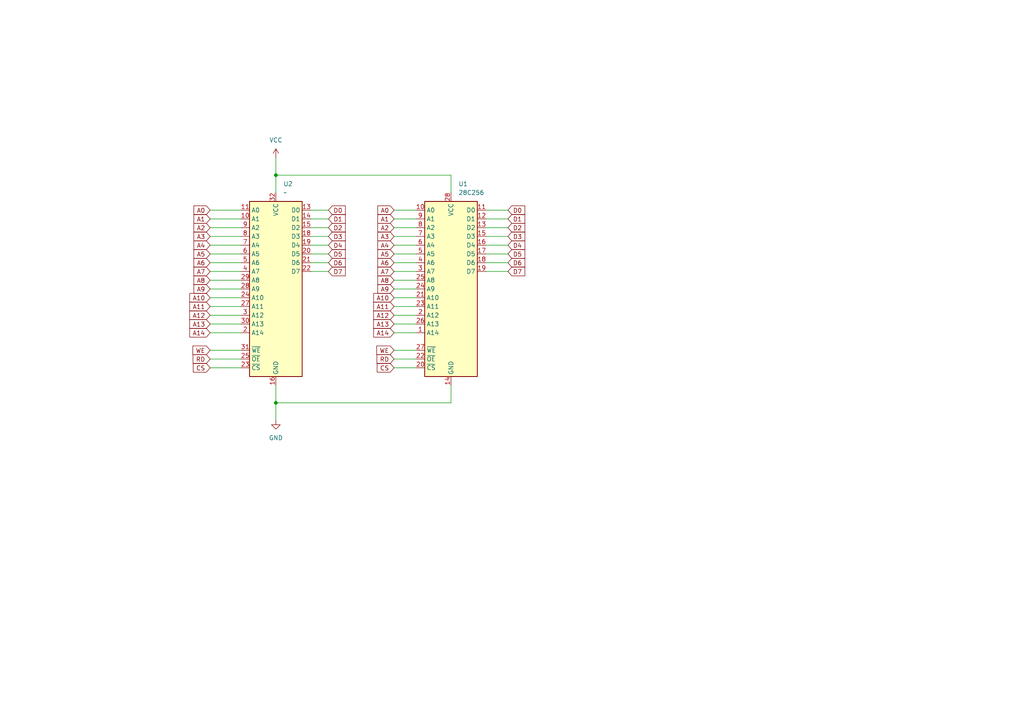
<source format=kicad_sch>
(kicad_sch (version 20250114) (generator "eeschema") (generator_version "9.0")
  (paper "A4")
  (lib_symbols
    (symbol "Memory_EEPROM:28C256"
      (property "Reference" "U" (at -7.62 26.67 0))
      (property "Value" "28C256" (at 2.54 -26.67 0))
      (symbol "28C256_1_1"
        (rectangle (start -7.62 25.4) (end 7.62 -25.4) (stroke (width 0.254)) (fill (type background)))
        (pin input line (at -10.16 22.86 0) (length 2.54) (name "A0") (number "10"))
        (pin input line (at -10.16 20.32 0) (length 2.54) (name "A1") (number "9"))
        (pin input line (at -10.16 17.78 0) (length 2.54) (name "A2") (number "8"))
        (pin input line (at -10.16 15.24 0) (length 2.54) (name "A3") (number "7"))
        (pin input line (at -10.16 12.7 0) (length 2.54) (name "A4") (number "6"))
        (pin input line (at -10.16 10.16 0) (length 2.54) (name "A5") (number "5"))
        (pin input line (at -10.16 7.62 0) (length 2.54) (name "A6") (number "4"))
        (pin input line (at -10.16 5.08 0) (length 2.54) (name "A7") (number "3"))
        (pin input line (at -10.16 2.54 0) (length 2.54) (name "A8") (number "25"))
        (pin input line (at -10.16 0 0) (length 2.54) (name "A9") (number "24"))
        (pin input line (at -10.16 -2.54 0) (length 2.54) (name "A10") (number "21"))
        (pin input line (at -10.16 -5.08 0) (length 2.54) (name "A11") (number "23"))
        (pin input line (at -10.16 -7.62 0) (length 2.54) (name "A12") (number "2"))
        (pin input line (at -10.16 -10.16 0) (length 2.54) (name "A13") (number "26"))
        (pin input line (at -10.16 -12.7 0) (length 2.54) (name "A14") (number "1"))
        (pin input line (at -10.16 -17.78 0) (length 2.54) (name "~{WE}") (number "27"))
        (pin input line (at -10.16 -20.32 0) (length 2.54) (name "~{OE}") (number "22"))
        (pin input line (at -10.16 -22.86 0) (length 2.54) (name "~{CS}") (number "20"))
        (pin power_in line (at 0 27.94 270) (length 2.54) (name "VCC") (number "28"))
        (pin power_in line (at 0 -27.94 90) (length 2.54) (name "GND") (number "14"))
        (pin tri_state line (at 10.16 22.86 180) (length 2.54) (name "D0") (number "11"))
        (pin tri_state line (at 10.16 20.32 180) (length 2.54) (name "D1") (number "12"))
        (pin tri_state line (at 10.16 17.78 180) (length 2.54) (name "D2") (number "13"))
        (pin tri_state line (at 10.16 15.24 180) (length 2.54) (name "D3") (number "15"))
        (pin tri_state line (at 10.16 12.7 180) (length 2.54) (name "D4") (number "16"))
        (pin tri_state line (at 10.16 10.16 180) (length 2.54) (name "D5") (number "17"))
        (pin tri_state line (at 10.16 7.62 180) (length 2.54) (name "D6") (number "18"))
        (pin tri_state line (at 10.16 5.08 180) (length 2.54) (name "D7") (number "19"))
      )
    )
    (symbol "MyParts:AT28C256-PLLC"
      (property "Reference" "U" (at 5.588 29.21 0))
      (symbol "AT28C256-PLLC_1_1"
        (rectangle (start -7.62 24.13) (end 7.62 -26.67) (stroke (width 0.254)) (fill (type background)))
        (pin input line (at -10.16 21.59 0) (length 2.54) (name "A0") (number "11"))
        (pin input line (at -10.16 19.05 0) (length 2.54) (name "A1") (number "10"))
        (pin input line (at -10.16 16.51 0) (length 2.54) (name "A2") (number "9"))
        (pin input line (at -10.16 13.97 0) (length 2.54) (name "A3") (number "8"))
        (pin input line (at -10.16 11.43 0) (length 2.54) (name "A4") (number "7"))
        (pin input line (at -10.16 8.89 0) (length 2.54) (name "A5") (number "6"))
        (pin input line (at -10.16 6.35 0) (length 2.54) (name "A6") (number "5"))
        (pin input line (at -10.16 3.81 0) (length 2.54) (name "A7") (number "4"))
        (pin input line (at -10.16 1.27 0) (length 2.54) (name "A8") (number "29"))
        (pin input line (at -10.16 -1.27 0) (length 2.54) (name "A9") (number "28"))
        (pin input line (at -10.16 -3.81 0) (length 2.54) (name "A10") (number "24"))
        (pin input line (at -10.16 -6.35 0) (length 2.54) (name "A11") (number "27"))
        (pin input line (at -10.16 -8.89 0) (length 2.54) (name "A12") (number "3"))
        (pin input line (at -10.16 -11.43 0) (length 2.54) (name "A13") (number "30"))
        (pin input line (at -10.16 -13.97 0) (length 2.54) (name "A14") (number "2"))
        (pin input line (at -10.16 -19.05 0) (length 2.54) (name "~{WE}") (number "31"))
        (pin input line (at -10.16 -21.59 0) (length 2.54) (name "~{OE}") (number "25"))
        (pin input line (at -10.16 -24.13 0) (length 2.54) (name "~{CS}") (number "23"))
        (pin power_in line (at 0 26.67 270) (length 2.54) (name "VCC") (number "32"))
        (pin power_in line (at 0 -29.21 90) (length 2.54) (name "GND") (number "16"))
        (pin tri_state line (at 10.16 21.59 180) (length 2.54) (name "D0") (number "13"))
        (pin tri_state line (at 10.16 19.05 180) (length 2.54) (name "D1") (number "14"))
        (pin tri_state line (at 10.16 16.51 180) (length 2.54) (name "D2") (number "15"))
        (pin tri_state line (at 10.16 13.97 180) (length 2.54) (name "D3") (number "18"))
        (pin tri_state line (at 10.16 11.43 180) (length 2.54) (name "D4") (number "19"))
        (pin tri_state line (at 10.16 8.89 180) (length 2.54) (name "D5") (number "20"))
        (pin tri_state line (at 10.16 6.35 180) (length 2.54) (name "D6") (number "21"))
        (pin tri_state line (at 10.16 3.81 180) (length 2.54) (name "D7") (number "22"))
      )
    )
    (symbol "power:GND" (power) (pin_numbers (hide yes)) (pin_names (offset 0) (hide yes))
      (property "Value" "GND" (at 0 -3.81 0))
      (symbol "GND_0_1"
        (polyline (pts (xy 0 0) (xy 0 -1.27) (xy 1.27 -1.27) (xy 0 -2.54) (xy -1.27 -1.27) (xy 0 -1.27)))
      )
      (symbol "GND_1_1"
        (pin power_in line (at 0 0 270) (length 0) (name "~") (number "1"))
      )
    )
    (symbol "power:VCC" (power) (pin_numbers (hide yes)) (pin_names (offset 0) (hide yes))
      (property "Value" "VCC" (at 0 3.556 0))
      (symbol "VCC_0_1"
        (polyline (pts (xy -0.762 1.27) (xy 0 2.54)))
        (polyline (pts (xy 0 2.54) (xy 0.762 1.27)))
        (polyline (pts (xy 0 0) (xy 0 2.54)))
      )
      (symbol "VCC_1_1"
        (pin power_in line (at 0 0 90) (length 0) (name "~") (number "1"))
      )
    )
  )
  (junction (at 80.01 116.84))
  (junction (at 80.01 50.8))
  (wire (pts (xy 60.96 104.14) (xy 69.85 104.14)))
  (wire (pts (xy 114.3 60.96) (xy 120.65 60.96)))
  (wire (pts (xy 60.96 66.04) (xy 69.85 66.04)))
  (wire (pts (xy 114.3 81.28) (xy 120.65 81.28)))
  (wire (pts (xy 147.32 68.58) (xy 140.97 68.58)))
  (wire (pts (xy 60.96 60.96) (xy 69.85 60.96)))
  (wire (pts (xy 114.3 66.04) (xy 120.65 66.04)))
  (wire (pts (xy 60.96 96.52) (xy 69.85 96.52)))
  (wire (pts (xy 114.3 63.5) (xy 120.65 63.5)))
  (wire (pts (xy 60.96 83.82) (xy 69.85 83.82)))
  (wire (pts (xy 114.3 68.58) (xy 120.65 68.58)))
  (wire (pts (xy 147.32 76.2) (xy 140.97 76.2)))
  (wire (pts (xy 80.01 45.72) (xy 80.01 50.8)))
  (wire (pts (xy 60.96 101.6) (xy 69.85 101.6)))
  (wire (pts (xy 114.3 93.98) (xy 120.65 93.98)))
  (wire (pts (xy 60.96 73.66) (xy 69.85 73.66)))
  (wire (pts (xy 95.25 63.5) (xy 90.17 63.5)))
  (wire (pts (xy 60.96 71.12) (xy 69.85 71.12)))
  (wire (pts (xy 114.3 104.14) (xy 120.65 104.14)))
  (wire (pts (xy 60.96 81.28) (xy 69.85 81.28)))
  (wire (pts (xy 95.25 60.96) (xy 90.17 60.96)))
  (wire (pts (xy 114.3 101.6) (xy 120.65 101.6)))
  (wire (pts (xy 80.01 111.76) (xy 80.01 116.84)))
  (wire (pts (xy 95.25 78.74) (xy 90.17 78.74)))
  (wire (pts (xy 147.32 66.04) (xy 140.97 66.04)))
  (wire (pts (xy 147.32 60.96) (xy 140.97 60.96)))
  (wire (pts (xy 114.3 86.36) (xy 120.65 86.36)))
  (wire (pts (xy 95.25 73.66) (xy 90.17 73.66)))
  (wire (pts (xy 114.3 76.2) (xy 120.65 76.2)))
  (wire (pts (xy 60.96 76.2) (xy 69.85 76.2)))
  (wire (pts (xy 60.96 93.98) (xy 69.85 93.98)))
  (wire (pts (xy 80.01 116.84) (xy 80.01 121.92)))
  (wire (pts (xy 147.32 78.74) (xy 140.97 78.74)))
  (wire (pts (xy 130.81 50.8) (xy 80.01 50.8)))
  (wire (pts (xy 114.3 73.66) (xy 120.65 73.66)))
  (wire (pts (xy 147.32 71.12) (xy 140.97 71.12)))
  (wire (pts (xy 95.25 71.12) (xy 90.17 71.12)))
  (wire (pts (xy 130.81 116.84) (xy 80.01 116.84)))
  (wire (pts (xy 130.81 55.88) (xy 130.81 50.8)))
  (wire (pts (xy 60.96 68.58) (xy 69.85 68.58)))
  (wire (pts (xy 114.3 88.9) (xy 120.65 88.9)))
  (wire (pts (xy 60.96 63.5) (xy 69.85 63.5)))
  (wire (pts (xy 130.81 111.76) (xy 130.81 116.84)))
  (wire (pts (xy 60.96 106.68) (xy 69.85 106.68)))
  (wire (pts (xy 60.96 86.36) (xy 69.85 86.36)))
  (wire (pts (xy 114.3 71.12) (xy 120.65 71.12)))
  (wire (pts (xy 95.25 76.2) (xy 90.17 76.2)))
  (wire (pts (xy 114.3 78.74) (xy 120.65 78.74)))
  (wire (pts (xy 147.32 73.66) (xy 140.97 73.66)))
  (wire (pts (xy 80.01 50.8) (xy 80.01 55.88)))
  (wire (pts (xy 60.96 88.9) (xy 69.85 88.9)))
  (wire (pts (xy 114.3 106.68) (xy 120.65 106.68)))
  (wire (pts (xy 114.3 96.52) (xy 120.65 96.52)))
  (wire (pts (xy 60.96 91.44) (xy 69.85 91.44)))
  (wire (pts (xy 147.32 63.5) (xy 140.97 63.5)))
  (wire (pts (xy 60.96 78.74) (xy 69.85 78.74)))
  (wire (pts (xy 95.25 68.58) (xy 90.17 68.58)))
  (wire (pts (xy 95.25 66.04) (xy 90.17 66.04)))
  (wire (pts (xy 114.3 91.44) (xy 120.65 91.44)))
  (wire (pts (xy 114.3 83.82) (xy 120.65 83.82)))
  (global_label "A7" (shape input) (at 60.96 78.74 180) (property "Intersheetrefs" "${INTERSHEET_REFS}" (effects (hide yes))))
  (global_label "D0" (shape input) (at 95.25 60.96 0) (property "Intersheetrefs" "${INTERSHEET_REFS}" (effects (hide yes))))
  (global_label "D4" (shape input) (at 147.32 71.12 0) (property "Intersheetrefs" "${INTERSHEET_REFS}" (effects (hide yes))))
  (global_label "A4" (shape input) (at 60.96 71.12 180) (property "Intersheetrefs" "${INTERSHEET_REFS}" (effects (hide yes))))
  (global_label "CS" (shape input) (at 114.3 106.68 180) (property "Intersheetrefs" "${INTERSHEET_REFS}" (effects (hide yes))))
  (global_label "A14" (shape input) (at 60.96 96.52 180) (property "Intersheetrefs" "${INTERSHEET_REFS}" (effects (hide yes))))
  (global_label "A9" (shape input) (at 60.96 83.82 180) (property "Intersheetrefs" "${INTERSHEET_REFS}" (effects (hide yes))))
  (global_label "WE" (shape input) (at 114.3 101.6 180) (property "Intersheetrefs" "${INTERSHEET_REFS}" (effects (hide yes))))
  (global_label "A3" (shape input) (at 114.3 68.58 180) (property "Intersheetrefs" "${INTERSHEET_REFS}" (effects (hide yes))))
  (global_label "A13" (shape input) (at 114.3 93.98 180) (property "Intersheetrefs" "${INTERSHEET_REFS}" (effects (hide yes))))
  (global_label "WE" (shape input) (at 60.96 101.6 180) (property "Intersheetrefs" "${INTERSHEET_REFS}" (effects (hide yes))))
  (global_label "A13" (shape input) (at 60.96 93.98 180) (property "Intersheetrefs" "${INTERSHEET_REFS}" (effects (hide yes))))
  (global_label "A8" (shape input) (at 114.3 81.28 180) (property "Intersheetrefs" "${INTERSHEET_REFS}" (effects (hide yes))))
  (global_label "A14" (shape input) (at 114.3 96.52 180) (property "Intersheetrefs" "${INTERSHEET_REFS}" (effects (hide yes))))
  (global_label "A11" (shape input) (at 60.96 88.9 180) (property "Intersheetrefs" "${INTERSHEET_REFS}" (effects (hide yes))))
  (global_label "A11" (shape input) (at 114.3 88.9 180) (property "Intersheetrefs" "${INTERSHEET_REFS}" (effects (hide yes))))
  (global_label "A8" (shape input) (at 60.96 81.28 180) (property "Intersheetrefs" "${INTERSHEET_REFS}" (effects (hide yes))))
  (global_label "D3" (shape input) (at 95.25 68.58 0) (property "Intersheetrefs" "${INTERSHEET_REFS}" (effects (hide yes))))
  (global_label "A4" (shape input) (at 114.3 71.12 180) (property "Intersheetrefs" "${INTERSHEET_REFS}" (effects (hide yes))))
  (global_label "D4" (shape input) (at 95.25 71.12 0) (property "Intersheetrefs" "${INTERSHEET_REFS}" (effects (hide yes))))
  (global_label "D1" (shape input) (at 95.25 63.5 0) (property "Intersheetrefs" "${INTERSHEET_REFS}" (effects (hide yes))))
  (global_label "D6" (shape input) (at 147.32 76.2 0) (property "Intersheetrefs" "${INTERSHEET_REFS}" (effects (hide yes))))
  (global_label "A1" (shape input) (at 60.96 63.5 180) (property "Intersheetrefs" "${INTERSHEET_REFS}" (effects (hide yes))))
  (global_label "A0" (shape input) (at 114.3 60.96 180) (property "Intersheetrefs" "${INTERSHEET_REFS}" (effects (hide yes))))
  (global_label "A10" (shape input) (at 60.96 86.36 180) (property "Intersheetrefs" "${INTERSHEET_REFS}" (effects (hide yes))))
  (global_label "A3" (shape input) (at 60.96 68.58 180) (property "Intersheetrefs" "${INTERSHEET_REFS}" (effects (hide yes))))
  (global_label "RD" (shape input) (at 60.96 104.14 180) (property "Intersheetrefs" "${INTERSHEET_REFS}" (effects (hide yes))))
  (global_label "A10" (shape input) (at 114.3 86.36 180) (property "Intersheetrefs" "${INTERSHEET_REFS}" (effects (hide yes))))
  (global_label "D5" (shape input) (at 147.32 73.66 0) (property "Intersheetrefs" "${INTERSHEET_REFS}" (effects (hide yes))))
  (global_label "RD" (shape input) (at 114.3 104.14 180) (property "Intersheetrefs" "${INTERSHEET_REFS}" (effects (hide yes))))
  (global_label "D5" (shape input) (at 95.25 73.66 0) (property "Intersheetrefs" "${INTERSHEET_REFS}" (effects (hide yes))))
  (global_label "D2" (shape input) (at 147.32 66.04 0) (property "Intersheetrefs" "${INTERSHEET_REFS}" (effects (hide yes))))
  (global_label "A2" (shape input) (at 114.3 66.04 180) (property "Intersheetrefs" "${INTERSHEET_REFS}" (effects (hide yes))))
  (global_label "A12" (shape input) (at 114.3 91.44 180) (property "Intersheetrefs" "${INTERSHEET_REFS}" (effects (hide yes))))
  (global_label "D7" (shape input) (at 95.25 78.74 0) (property "Intersheetrefs" "${INTERSHEET_REFS}" (effects (hide yes))))
  (global_label "D7" (shape input) (at 147.32 78.74 0) (property "Intersheetrefs" "${INTERSHEET_REFS}" (effects (hide yes))))
  (global_label "D6" (shape input) (at 95.25 76.2 0) (property "Intersheetrefs" "${INTERSHEET_REFS}" (effects (hide yes))))
  (global_label "A7" (shape input) (at 114.3 78.74 180) (property "Intersheetrefs" "${INTERSHEET_REFS}" (effects (hide yes))))
  (global_label "D0" (shape input) (at 147.32 60.96 0) (property "Intersheetrefs" "${INTERSHEET_REFS}" (effects (hide yes))))
  (global_label "A0" (shape input) (at 60.96 60.96 180) (property "Intersheetrefs" "${INTERSHEET_REFS}" (effects (hide yes))))
  (global_label "CS" (shape input) (at 60.96 106.68 180) (property "Intersheetrefs" "${INTERSHEET_REFS}" (effects (hide yes))))
  (global_label "A5" (shape input) (at 60.96 73.66 180) (property "Intersheetrefs" "${INTERSHEET_REFS}" (effects (hide yes))))
  (global_label "A9" (shape input) (at 114.3 83.82 180) (property "Intersheetrefs" "${INTERSHEET_REFS}" (effects (hide yes))))
  (global_label "A6" (shape input) (at 114.3 76.2 180) (property "Intersheetrefs" "${INTERSHEET_REFS}" (effects (hide yes))))
  (global_label "A2" (shape input) (at 60.96 66.04 180) (property "Intersheetrefs" "${INTERSHEET_REFS}" (effects (hide yes))))
  (global_label "A1" (shape input) (at 114.3 63.5 180) (property "Intersheetrefs" "${INTERSHEET_REFS}" (effects (hide yes))))
  (global_label "D1" (shape input) (at 147.32 63.5 0) (property "Intersheetrefs" "${INTERSHEET_REFS}" (effects (hide yes))))
  (global_label "A12" (shape input) (at 60.96 91.44 180) (property "Intersheetrefs" "${INTERSHEET_REFS}" (effects (hide yes))))
  (global_label "D2" (shape input) (at 95.25 66.04 0) (property "Intersheetrefs" "${INTERSHEET_REFS}" (effects (hide yes))))
  (global_label "A5" (shape input) (at 114.3 73.66 180) (property "Intersheetrefs" "${INTERSHEET_REFS}" (effects (hide yes))))
  (global_label "A6" (shape input) (at 60.96 76.2 180) (property "Intersheetrefs" "${INTERSHEET_REFS}" (effects (hide yes))))
  (global_label "D3" (shape input) (at 147.32 68.58 0) (property "Intersheetrefs" "${INTERSHEET_REFS}" (effects (hide yes))))
  (symbol (lib_id "power:VCC") (at 80.01 45.72 0) (unit 1)
    (property "Reference" "#PWR02" (effects (hide yes)))
    (property "Value" "VCC" (at 80.01 40.64 0))
    (property "Description" "Power symbol creates a global label with name \"VCC\"" (effects (hide yes)))
  )
  (symbol (lib_id "MyParts:AT28C256-PLLC") (at 80.01 82.55 0) (unit 1)
    (property "Reference" "U2" (at 82.1533 53.34 0) (effects (justify left)))
    (property "Value" "~" (at 82.1533 55.88 0) (effects (justify left)))
    (property "Footprint" "Package_LCC:PLCC-32_THT-Socket" (effects (hide yes)))
  )
  (symbol (lib_id "power:GND") (at 80.01 121.92 0) (unit 1)
    (property "Reference" "#PWR01" (effects (hide yes)))
    (property "Value" "GND" (at 80.01 127 0))
    (property "Description" "Power symbol creates a global label with name \"GND\" , ground" (effects (hide yes)))
  )
  (symbol (lib_id "Memory_EEPROM:28C256") (at 130.81 83.82 0) (unit 1)
    (property "Reference" "U1" (at 132.9533 53.34 0) (effects (justify left)))
    (property "Value" "28C256" (at 132.9533 55.88 0) (effects (justify left)))
    (property "Footprint" "Package_DIP:DIP-28_W15.24mm" (effects (hide yes)))
    (property "Datasheet" "http://ww1.microchip.com/downloads/en/DeviceDoc/doc0006.pdf" (effects (hide yes)))
    (property "Description" "Paged Parallel EEPROM 256Kb (32K x 8), DIP-28/SOIC-28" (effects (hide yes)))
  )
)
</source>
